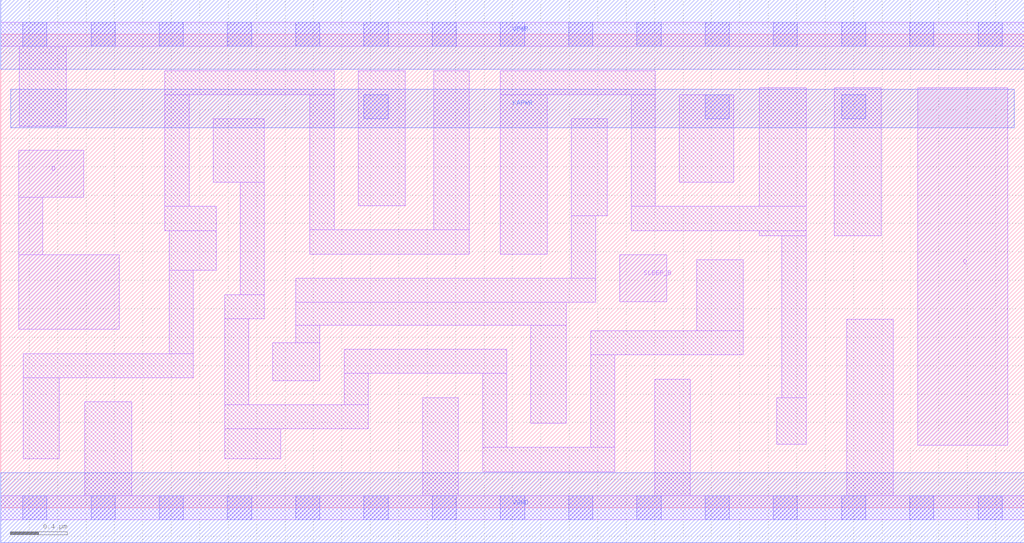
<source format=lef>
# Copyright 2020 The SkyWater PDK Authors
#
# Licensed under the Apache License, Version 2.0 (the "License");
# you may not use this file except in compliance with the License.
# You may obtain a copy of the License at
#
#     https://www.apache.org/licenses/LICENSE-2.0
#
# Unless required by applicable law or agreed to in writing, software
# distributed under the License is distributed on an "AS IS" BASIS,
# WITHOUT WARRANTIES OR CONDITIONS OF ANY KIND, either express or implied.
# See the License for the specific language governing permissions and
# limitations under the License.
#
# SPDX-License-Identifier: Apache-2.0

VERSION 5.7 ;
  NOWIREEXTENSIONATPIN ON ;
  DIVIDERCHAR "/" ;
  BUSBITCHARS "[]" ;
UNITS
  DATABASE MICRONS 200 ;
END UNITS
MACRO sky130_fd_sc_lp__isolatch_lp
  CLASS CORE ;
  FOREIGN sky130_fd_sc_lp__isolatch_lp ;
  ORIGIN  0.000000  0.000000 ;
  SIZE  7.200000 BY  3.330000 ;
  SYMMETRY X Y R90 ;
  SITE unit ;
  PIN D
    ANTENNAGATEAREA  0.126000 ;
    DIRECTION INPUT ;
    USE SIGNAL ;
    PORT
      LAYER li1 ;
        RECT 0.125000 1.255000 0.835000 1.780000 ;
        RECT 0.125000 1.780000 0.295000 2.185000 ;
        RECT 0.125000 2.185000 0.585000 2.515000 ;
    END
  END D
  PIN Q
    ANTENNADIFFAREA  0.459700 ;
    DIRECTION OUTPUT ;
    USE SIGNAL ;
    PORT
      LAYER li1 ;
        RECT 6.450000 0.440000 7.085000 2.955000 ;
    END
  END Q
  PIN KAPWR
    DIRECTION INOUT ;
    USE POWER ;
    PORT
      LAYER met1 ;
        RECT 0.070000 2.675000 7.130000 2.945000 ;
    END
  END KAPWR
  PIN SLEEP_B
    ANTENNAGATEAREA  0.222000 ;
    DIRECTION INPUT ;
    USE CLOCK ;
    PORT
      LAYER li1 ;
        RECT 4.355000 1.450000 4.685000 1.780000 ;
    END
  END SLEEP_B
  PIN VGND
    DIRECTION INOUT ;
    USE GROUND ;
    PORT
      LAYER met1 ;
        RECT 0.000000 -0.245000 7.200000 0.245000 ;
    END
  END VGND
  PIN VPWR
    DIRECTION INOUT ;
    USE POWER ;
    PORT
      LAYER met1 ;
        RECT 0.000000 3.085000 7.200000 3.575000 ;
    END
  END VPWR
  OBS
    LAYER li1 ;
      RECT 0.000000 -0.085000 7.200000 0.085000 ;
      RECT 0.000000  3.245000 7.200000 3.415000 ;
      RECT 0.130000  2.685000 0.460000 3.245000 ;
      RECT 0.160000  0.345000 0.410000 0.915000 ;
      RECT 0.160000  0.915000 1.355000 1.085000 ;
      RECT 0.590000  0.085000 0.920000 0.745000 ;
      RECT 1.155000  1.950000 1.515000 2.120000 ;
      RECT 1.155000  2.120000 1.325000 2.905000 ;
      RECT 1.155000  2.905000 2.345000 3.075000 ;
      RECT 1.185000  1.085000 1.355000 1.670000 ;
      RECT 1.185000  1.670000 1.515000 1.950000 ;
      RECT 1.495000  2.290000 1.855000 2.735000 ;
      RECT 1.575000  0.345000 1.970000 0.555000 ;
      RECT 1.575000  0.555000 2.585000 0.725000 ;
      RECT 1.575000  0.725000 1.745000 1.330000 ;
      RECT 1.575000  1.330000 1.855000 1.500000 ;
      RECT 1.685000  1.500000 1.855000 2.290000 ;
      RECT 1.915000  0.895000 2.245000 1.160000 ;
      RECT 2.075000  1.160000 2.245000 1.285000 ;
      RECT 2.075000  1.285000 3.980000 1.445000 ;
      RECT 2.075000  1.445000 4.185000 1.615000 ;
      RECT 2.175000  1.785000 3.295000 1.955000 ;
      RECT 2.175000  1.955000 2.345000 2.905000 ;
      RECT 2.415000  0.725000 2.585000 0.945000 ;
      RECT 2.415000  0.945000 3.560000 1.115000 ;
      RECT 2.515000  2.125000 2.845000 3.075000 ;
      RECT 2.970000  0.085000 3.220000 0.775000 ;
      RECT 3.045000  1.955000 3.295000 3.075000 ;
      RECT 3.390000  0.255000 4.320000 0.425000 ;
      RECT 3.390000  0.425000 3.560000 0.945000 ;
      RECT 3.515000  1.785000 3.845000 2.905000 ;
      RECT 3.515000  2.905000 4.605000 3.075000 ;
      RECT 3.730000  0.595000 3.980000 1.285000 ;
      RECT 4.015000  1.615000 4.185000 2.055000 ;
      RECT 4.015000  2.055000 4.265000 2.735000 ;
      RECT 4.150000  0.425000 4.320000 1.075000 ;
      RECT 4.150000  1.075000 5.225000 1.245000 ;
      RECT 4.435000  1.950000 5.665000 2.120000 ;
      RECT 4.435000  2.120000 4.605000 2.905000 ;
      RECT 4.600000  0.085000 4.850000 0.905000 ;
      RECT 4.775000  2.290000 5.155000 2.905000 ;
      RECT 4.895000  1.245000 5.225000 1.745000 ;
      RECT 5.335000  1.915000 5.665000 1.950000 ;
      RECT 5.335000  2.120000 5.665000 2.955000 ;
      RECT 5.460000  0.445000 5.665000 0.775000 ;
      RECT 5.495000  0.775000 5.665000 1.915000 ;
      RECT 5.865000  1.915000 6.195000 2.955000 ;
      RECT 5.950000  0.085000 6.280000 1.325000 ;
    LAYER mcon ;
      RECT 0.155000 -0.085000 0.325000 0.085000 ;
      RECT 0.155000  3.245000 0.325000 3.415000 ;
      RECT 0.635000 -0.085000 0.805000 0.085000 ;
      RECT 0.635000  3.245000 0.805000 3.415000 ;
      RECT 1.115000 -0.085000 1.285000 0.085000 ;
      RECT 1.115000  3.245000 1.285000 3.415000 ;
      RECT 1.595000 -0.085000 1.765000 0.085000 ;
      RECT 1.595000  3.245000 1.765000 3.415000 ;
      RECT 2.075000 -0.085000 2.245000 0.085000 ;
      RECT 2.075000  3.245000 2.245000 3.415000 ;
      RECT 2.555000 -0.085000 2.725000 0.085000 ;
      RECT 2.555000  2.735000 2.725000 2.905000 ;
      RECT 2.555000  3.245000 2.725000 3.415000 ;
      RECT 3.035000 -0.085000 3.205000 0.085000 ;
      RECT 3.035000  3.245000 3.205000 3.415000 ;
      RECT 3.515000 -0.085000 3.685000 0.085000 ;
      RECT 3.515000  3.245000 3.685000 3.415000 ;
      RECT 3.995000 -0.085000 4.165000 0.085000 ;
      RECT 3.995000  3.245000 4.165000 3.415000 ;
      RECT 4.475000 -0.085000 4.645000 0.085000 ;
      RECT 4.475000  3.245000 4.645000 3.415000 ;
      RECT 4.955000 -0.085000 5.125000 0.085000 ;
      RECT 4.955000  2.735000 5.125000 2.905000 ;
      RECT 4.955000  3.245000 5.125000 3.415000 ;
      RECT 5.435000 -0.085000 5.605000 0.085000 ;
      RECT 5.435000  3.245000 5.605000 3.415000 ;
      RECT 5.915000 -0.085000 6.085000 0.085000 ;
      RECT 5.915000  2.735000 6.085000 2.905000 ;
      RECT 5.915000  3.245000 6.085000 3.415000 ;
      RECT 6.395000 -0.085000 6.565000 0.085000 ;
      RECT 6.395000  3.245000 6.565000 3.415000 ;
      RECT 6.875000 -0.085000 7.045000 0.085000 ;
      RECT 6.875000  3.245000 7.045000 3.415000 ;
  END
END sky130_fd_sc_lp__isolatch_lp
END LIBRARY

</source>
